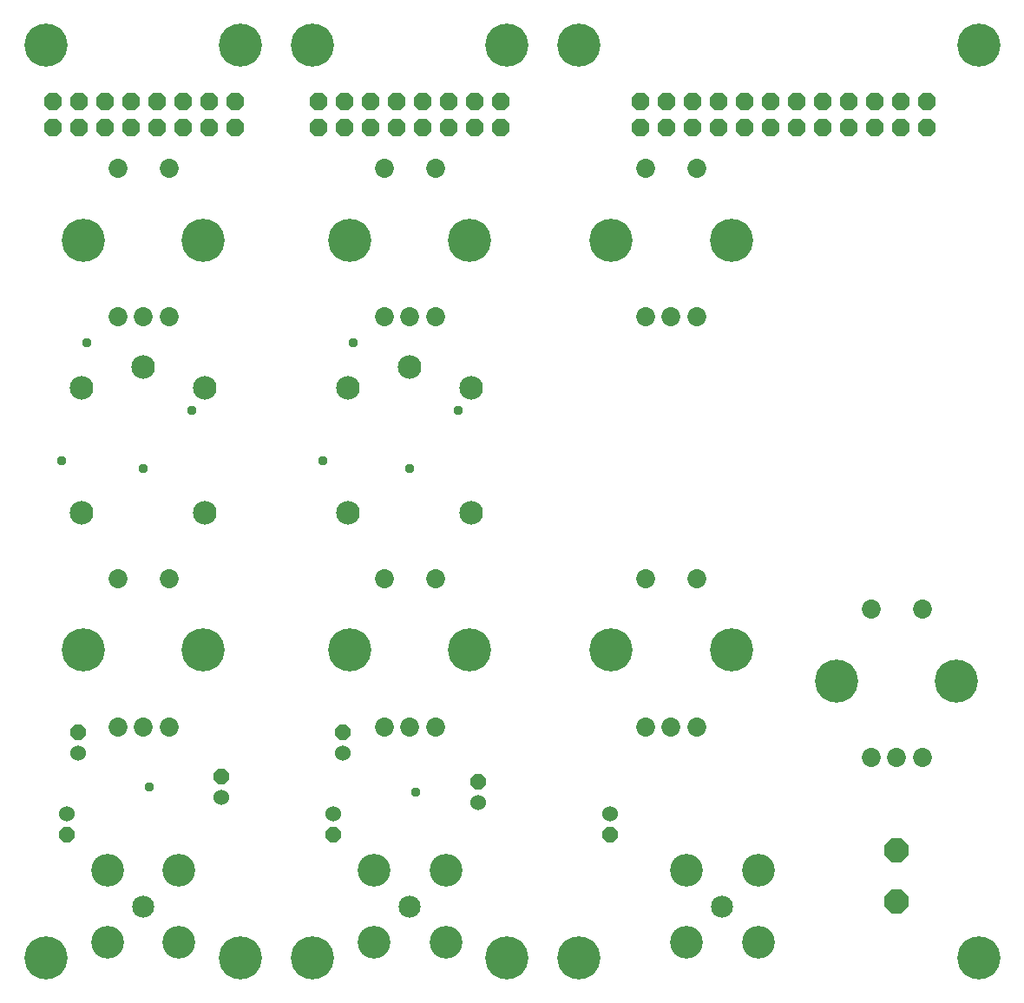
<source format=gbr>
G04 EAGLE Gerber X2 export*
%TF.Part,Single*%
%TF.FileFunction,Soldermask,Bot,1*%
%TF.FilePolarity,Negative*%
%TF.GenerationSoftware,Autodesk,EAGLE,9.0.1*%
%TF.CreationDate,2018-05-22T13:38:54Z*%
G75*
%MOMM*%
%FSLAX34Y34*%
%LPD*%
%AMOC8*
5,1,8,0,0,1.08239X$1,22.5*%
G01*
%ADD10C,4.203200*%
%ADD11C,2.303200*%
%ADD12C,2.153200*%
%ADD13C,3.203200*%
%ADD14C,1.853200*%
%ADD15P,1.649562X8X112.500000*%
%ADD16C,1.524000*%
%ADD17P,1.869504X8X202.500000*%
%ADD18P,2.556822X8X22.500000*%
%ADD19P,1.649562X8X292.500000*%
%ADD20C,0.959600*%


D10*
X30000Y30000D03*
X290000Y30000D03*
X220000Y30000D03*
X480000Y30000D03*
X550000Y30000D03*
X940000Y30000D03*
X550000Y920000D03*
X940000Y920000D03*
X480000Y920000D03*
X290000Y920000D03*
X220000Y920000D03*
X30000Y920000D03*
D11*
X65000Y586000D03*
X65000Y464000D03*
X185000Y586000D03*
X185000Y464000D03*
X125000Y606000D03*
D12*
X125000Y80000D03*
D13*
X160000Y115000D03*
X90000Y115000D03*
X160000Y45000D03*
X90000Y45000D03*
D12*
X385000Y80000D03*
D13*
X420000Y115000D03*
X350000Y115000D03*
X420000Y45000D03*
X350000Y45000D03*
D12*
X690000Y80000D03*
D13*
X725000Y115000D03*
X655000Y115000D03*
X725000Y45000D03*
X655000Y45000D03*
D14*
X150000Y400000D03*
D10*
X66500Y330000D03*
X183500Y330000D03*
D14*
X100000Y400000D03*
X100000Y255000D03*
X150000Y255000D03*
X125000Y255000D03*
X150000Y800000D03*
D10*
X66500Y730000D03*
X183500Y730000D03*
D14*
X100000Y800000D03*
X100000Y655000D03*
X150000Y655000D03*
X125000Y655000D03*
X410000Y400000D03*
D10*
X326500Y330000D03*
X443500Y330000D03*
D14*
X360000Y400000D03*
X360000Y255000D03*
X410000Y255000D03*
X385000Y255000D03*
X410000Y800000D03*
D10*
X326500Y730000D03*
X443500Y730000D03*
D14*
X360000Y800000D03*
X360000Y655000D03*
X410000Y655000D03*
X385000Y655000D03*
X665000Y400000D03*
D10*
X581500Y330000D03*
X698500Y330000D03*
D14*
X615000Y400000D03*
X615000Y255000D03*
X665000Y255000D03*
X640000Y255000D03*
X665000Y800000D03*
D10*
X581500Y730000D03*
X698500Y730000D03*
D14*
X615000Y800000D03*
X615000Y655000D03*
X665000Y655000D03*
X640000Y655000D03*
X885000Y370000D03*
D10*
X801500Y300000D03*
X918500Y300000D03*
D14*
X835000Y370000D03*
X835000Y225000D03*
X885000Y225000D03*
X860000Y225000D03*
D11*
X325000Y586000D03*
X325000Y464000D03*
X445000Y586000D03*
X445000Y464000D03*
X385000Y606000D03*
D15*
X61180Y250160D03*
D16*
X61180Y229840D03*
D15*
X201450Y206542D03*
D16*
X201450Y186222D03*
D15*
X320000Y250160D03*
D16*
X320000Y229840D03*
D15*
X451450Y201447D03*
D16*
X451450Y181127D03*
D17*
X214600Y840300D03*
X189200Y840300D03*
X163800Y840300D03*
X138400Y840300D03*
X113000Y840300D03*
X87600Y840300D03*
X214600Y865700D03*
X189200Y865700D03*
X163800Y865700D03*
X138400Y865700D03*
X113000Y865700D03*
X87600Y865700D03*
X62200Y840300D03*
X36800Y840300D03*
X62200Y865700D03*
X36800Y865700D03*
X473900Y840300D03*
X448500Y840300D03*
X423100Y840300D03*
X397700Y840300D03*
X372300Y840300D03*
X346900Y840300D03*
X473900Y865700D03*
X448500Y865700D03*
X423100Y865700D03*
X397700Y865700D03*
X372300Y865700D03*
X346900Y865700D03*
X321500Y840300D03*
X296100Y840300D03*
X321500Y865700D03*
X296100Y865700D03*
X889700Y840300D03*
X864300Y840300D03*
X838900Y840300D03*
X813500Y840300D03*
X788100Y840300D03*
X762700Y840300D03*
X889700Y865700D03*
X864300Y865700D03*
X838900Y865700D03*
X813500Y865700D03*
X788100Y865700D03*
X762700Y865700D03*
X737300Y840300D03*
X711900Y840300D03*
X686500Y840300D03*
X661100Y840300D03*
X635700Y840300D03*
X610300Y840300D03*
X737300Y865700D03*
X711900Y865700D03*
X686500Y865700D03*
X661100Y865700D03*
X635700Y865700D03*
X610300Y865700D03*
D18*
X860000Y135000D03*
X860000Y85000D03*
D19*
X50000Y149840D03*
D16*
X50000Y170160D03*
D19*
X310000Y149840D03*
D16*
X310000Y170160D03*
D19*
X580000Y149840D03*
D16*
X580000Y170160D03*
D20*
X130650Y196382D03*
X390650Y191287D03*
X172500Y563750D03*
X432500Y564000D03*
X125000Y507500D03*
X45000Y515000D03*
X385000Y507500D03*
X300000Y515000D03*
X70000Y630000D03*
X330000Y630000D03*
M02*

</source>
